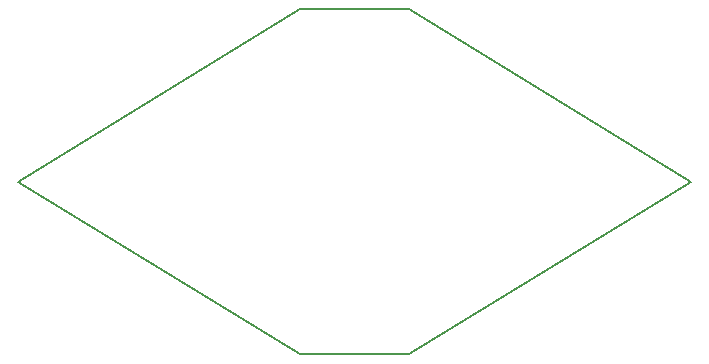
<source format=gbr>
G04 #@! TF.GenerationSoftware,KiCad,Pcbnew,(5.1.5)-3*
G04 #@! TF.CreationDate,2021-10-24T21:59:30+02:00*
G04 #@! TF.ProjectId,seg4,73656734-2e6b-4696-9361-645f70636258,1*
G04 #@! TF.SameCoordinates,Original*
G04 #@! TF.FileFunction,Profile,NP*
%FSLAX46Y46*%
G04 Gerber Fmt 4.6, Leading zero omitted, Abs format (unit mm)*
G04 Created by KiCad (PCBNEW (5.1.5)-3) date 2021-10-24 21:59:30*
%MOMM*%
%LPD*%
G04 APERTURE LIST*
%ADD10C,0.200000*%
G04 APERTURE END LIST*
D10*
X145153990Y-103498412D02*
X135900975Y-103498412D01*
X112045553Y-88895998D02*
X135900975Y-74293585D01*
X145153990Y-74293585D02*
X169009409Y-88895998D01*
X135900975Y-74293585D02*
X145153990Y-74293585D01*
X135900975Y-103498412D02*
X112045553Y-88895998D01*
X169009409Y-88895998D02*
X145153990Y-103498412D01*
M02*

</source>
